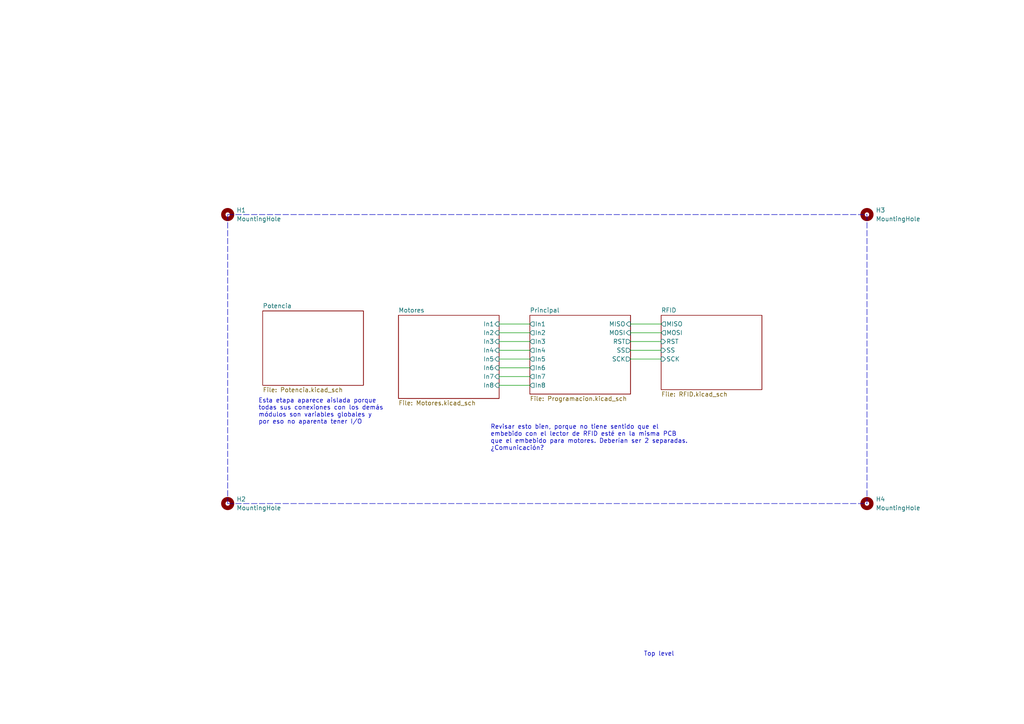
<source format=kicad_sch>
(kicad_sch (version 20211123) (generator eeschema)
  (paper "A4")
  (lib_symbols
    (symbol "Mechanical:MountingHole" (pin_names (offset 1.016))
      (property "Reference" "H" (at 0 5.08 0))
      (property "Value" "MountingHole" (at 0 3.175 0))
      (symbol "MountingHole_0_1"
        (circle (center 0 0) (radius 1.27) (stroke (width 1.27)))
      )
    )
  )
  (wire (pts (xy 144.78 96.52) (xy 153.67 96.52)))
  (wire (pts (xy 182.88 96.52) (xy 191.77 96.52)))
  (wire (pts (xy 182.88 93.98) (xy 191.77 93.98)))
  (wire (pts (xy 182.88 101.6) (xy 191.77 101.6)))
  (wire (pts (xy 182.88 99.06) (xy 191.77 99.06)))
  (polyline (pts (xy 251.46 62.23) (xy 251.46 146.05)))
  (polyline (pts (xy 66.04 146.05) (xy 251.46 146.05)))
  (wire (pts (xy 182.88 104.14) (xy 191.77 104.14)))
  (wire (pts (xy 144.78 104.14) (xy 153.67 104.14)))
  (wire (pts (xy 144.78 109.22) (xy 153.67 109.22)))
  (wire (pts (xy 144.78 99.06) (xy 153.67 99.06)))
  (wire (pts (xy 144.78 106.68) (xy 153.67 106.68)))
  (wire (pts (xy 144.78 93.98) (xy 153.67 93.98)))
  (wire (pts (xy 144.78 101.6) (xy 153.67 101.6)))
  (polyline (pts (xy 66.04 62.23) (xy 66.04 146.05)))
  (polyline (pts (xy 66.04 62.23) (xy 251.46 62.23)))
  (wire (pts (xy 144.78 111.76) (xy 153.67 111.76)))
  (text "Esta etapa aparece aislada porque\ntodas sus conexiones con los demás\nmódulos son variables globales y\npor eso no aparenta tener I/O" (at 74.93 123.19 0) (effects (font (size 1.27 1.27)) (justify left bottom)))
  (text "Revisar esto bien, porque no tiene sentido que el\nembebido con el lector de RFID esté en la misma PCB\nque el embebido para motores. Deberían ser 2 separadas.\n¿Comunicación?" (at 142.24 130.81 0) (effects (font (size 1.27 1.27)) (justify left bottom)))
  (text "Top level\n" (at 186.69 190.5 0) (effects (font (size 1.27 1.27)) (justify left bottom)))
  (symbol (lib_id "Mechanical:MountingHole") (at 251.46 62.23 0) (unit 1)
    (property "Reference" "H3" (at 254 60.9599 0) (effects (justify left)))
    (property "Value" "MountingHole" (at 254 63.4999 0) (effects (justify left)))
    (property "Footprint" "MountingHole:MountingHole_2.5mm" (effects hide))
  )
  (symbol (lib_id "Mechanical:MountingHole") (at 251.46 146.05 0) (unit 1)
    (property "Reference" "H4" (at 254 144.7799 0) (effects (justify left)))
    (property "Value" "MountingHole" (at 254 147.3199 0) (effects (justify left)))
    (property "Footprint" "MountingHole:MountingHole_2.5mm" (effects hide))
  )
  (symbol (lib_id "Mechanical:MountingHole") (at 66.04 62.23 0) (unit 1)
    (property "Reference" "H1" (at 68.58 60.9599 0) (effects (justify left)))
    (property "Value" "MountingHole" (at 68.58 63.4999 0) (effects (justify left)))
    (property "Footprint" "MountingHole:MountingHole_2.5mm" (effects hide))
  )
  (symbol (lib_id "Mechanical:MountingHole") (at 66.04 146.05 0) (unit 1)
    (property "Reference" "H2" (at 68.58 144.7799 0) (effects (justify left)))
    (property "Value" "MountingHole" (at 68.58 147.3199 0) (effects (justify left)))
    (property "Footprint" "MountingHole:MountingHole_2.5mm" (effects hide))
  )
  (sheet (at 76.2 90.17) (size 29.21 21.59) (stroke (width 0.1524))
    (property "Sheet name" "Potencia" (at 76.2 89.4584 0) (effects (justify left bottom)))
    (property "Sheet file" "Potencia.kicad_sch" (at 76.2 112.3446 0) (effects (justify left top)))
  )
  (sheet (at 191.77 91.44) (size 29.21 21.59) (stroke (width 0.1524))
    (property "Sheet name" "RFID" (at 191.77 90.7284 0) (effects (justify left bottom)))
    (property "Sheet file" "RFID.kicad_sch" (at 191.77 113.6146 0) (effects (justify left top)))
    (pin "RST" input (at 191.77 99.06 180))
    (pin "MISO" output (at 191.77 93.98 180))
    (pin "MOSI" output (at 191.77 96.52 180))
    (pin "SS" input (at 191.77 101.6 180))
    (pin "SCK" input (at 191.77 104.14 180))
  )
  (sheet (at 153.67 91.44) (size 29.21 22.86) (stroke (width 0.1524))
    (property "Sheet name" "Principal" (at 153.67 90.7284 0) (effects (justify left bottom)))
    (property "Sheet file" "Programacion.kicad_sch" (at 153.67 114.8846 0) (effects (justify left top)))
    (pin "RST" output (at 182.88 99.06 0))
    (pin "SCK" output (at 182.88 104.14 0))
    (pin "SS" output (at 182.88 101.6 0))
    (pin "MISO" input (at 182.88 93.98 0))
    (pin "MOSI" input (at 182.88 96.52 0))
    (pin "In8" output (at 153.67 111.76 180))
    (pin "In6" output (at 153.67 106.68 180))
    (pin "In5" output (at 153.67 104.14 180))
    (pin "In7" output (at 153.67 109.22 180))
    (pin "In3" output (at 153.67 99.06 180))
    (pin "In1" output (at 153.67 93.98 180))
    (pin "In2" output (at 153.67 96.52 180))
    (pin "In4" output (at 153.67 101.6 180))
  )
  (sheet (at 115.57 91.44) (size 29.21 24.13) (stroke (width 0.1524))
    (property "Sheet name" "Motores" (at 115.57 90.7284 0) (effects (justify left bottom)))
    (property "Sheet file" "Motores.kicad_sch" (at 115.57 116.1546 0) (effects (justify left top)))
    (pin "In1" input (at 144.78 93.98 0))
    (pin "In3" input (at 144.78 99.06 0))
    (pin "In4" input (at 144.78 101.6 0))
    (pin "In2" input (at 144.78 96.52 0))
    (pin "In5" input (at 144.78 104.14 0))
    (pin "In6" input (at 144.78 106.68 0))
    (pin "In7" input (at 144.78 109.22 0))
    (pin "In8" input (at 144.78 111.76 0))
  )
)
</source>
